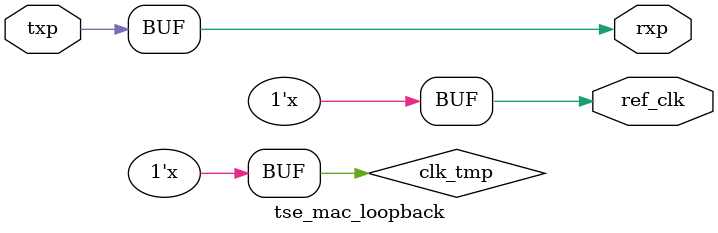
<source format=v>

`timescale 1ns / 1ps

module tse_mac_loopback (
  ref_clk,


  txp,
  rxp


);

  output ref_clk;


  input txp;
  output rxp;


  reg clk_tmp;
  initial
     clk_tmp <= 1'b0;
  always
     #4 clk_tmp <= ~clk_tmp;
  assign ref_clk = clk_tmp;


  assign rxp=txp;


endmodule

</source>
